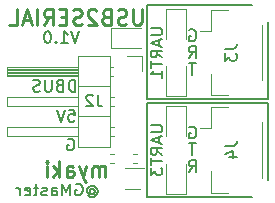
<source format=gbr>
%TF.GenerationSoftware,KiCad,Pcbnew,(6.0.9)*%
%TF.CreationDate,2022-11-14T14:00:34+08:00*%
%TF.ProjectId,usb2serial_pcb,75736232-7365-4726-9961-6c5f7063622e,1.0*%
%TF.SameCoordinates,Original*%
%TF.FileFunction,Legend,Bot*%
%TF.FilePolarity,Positive*%
%FSLAX46Y46*%
G04 Gerber Fmt 4.6, Leading zero omitted, Abs format (unit mm)*
G04 Created by KiCad (PCBNEW (6.0.9)) date 2022-11-14 14:00:34*
%MOMM*%
%LPD*%
G01*
G04 APERTURE LIST*
%ADD10C,0.150000*%
%ADD11C,0.250000*%
%ADD12C,0.120000*%
G04 APERTURE END LIST*
D10*
X60096400Y-31953200D02*
X60096400Y-39928800D01*
X70358000Y-39928800D02*
X70358000Y-33375600D01*
X60096400Y-40233600D02*
X70358000Y-40233600D01*
X60121800Y-48209200D02*
X69011800Y-48209200D01*
X60096400Y-31953200D02*
X68986400Y-31953200D01*
X60096400Y-39928800D02*
X70358000Y-39928800D01*
X70358000Y-40233600D02*
X70358000Y-46786800D01*
X60096400Y-48209200D02*
X60096400Y-40233600D01*
X60412380Y-33894971D02*
X61221904Y-33894971D01*
X61317142Y-33942590D01*
X61364761Y-33990209D01*
X61412380Y-34085447D01*
X61412380Y-34275923D01*
X61364761Y-34371161D01*
X61317142Y-34418780D01*
X61221904Y-34466400D01*
X60412380Y-34466400D01*
X61126666Y-34894971D02*
X61126666Y-35371161D01*
X61412380Y-34799733D02*
X60412380Y-35133066D01*
X61412380Y-35466400D01*
X61412380Y-36371161D02*
X60936190Y-36037828D01*
X61412380Y-35799733D02*
X60412380Y-35799733D01*
X60412380Y-36180685D01*
X60460000Y-36275923D01*
X60507619Y-36323542D01*
X60602857Y-36371161D01*
X60745714Y-36371161D01*
X60840952Y-36323542D01*
X60888571Y-36275923D01*
X60936190Y-36180685D01*
X60936190Y-35799733D01*
X60412380Y-36656876D02*
X60412380Y-37228304D01*
X61412380Y-36942590D02*
X60412380Y-36942590D01*
X61412380Y-38085447D02*
X61412380Y-37514019D01*
X61412380Y-37799733D02*
X60412380Y-37799733D01*
X60555238Y-37704495D01*
X60650476Y-37609257D01*
X60698095Y-37514019D01*
X53382895Y-43289600D02*
X53478133Y-43241980D01*
X53620990Y-43241980D01*
X53763847Y-43289600D01*
X53859085Y-43384838D01*
X53906704Y-43480076D01*
X53954323Y-43670552D01*
X53954323Y-43813409D01*
X53906704Y-44003885D01*
X53859085Y-44099123D01*
X53763847Y-44194361D01*
X53620990Y-44241980D01*
X53525752Y-44241980D01*
X53382895Y-44194361D01*
X53335276Y-44146742D01*
X53335276Y-43813409D01*
X53525752Y-43813409D01*
D11*
X56578190Y-46460495D02*
X56578190Y-45593828D01*
X56578190Y-45717638D02*
X56516285Y-45655733D01*
X56392476Y-45593828D01*
X56206761Y-45593828D01*
X56082952Y-45655733D01*
X56021047Y-45779542D01*
X56021047Y-46460495D01*
X56021047Y-45779542D02*
X55959142Y-45655733D01*
X55835333Y-45593828D01*
X55649619Y-45593828D01*
X55525809Y-45655733D01*
X55463904Y-45779542D01*
X55463904Y-46460495D01*
X54968666Y-45593828D02*
X54659142Y-46460495D01*
X54349619Y-45593828D02*
X54659142Y-46460495D01*
X54782952Y-46770019D01*
X54844857Y-46831923D01*
X54968666Y-46893828D01*
X53297238Y-46460495D02*
X53297238Y-45779542D01*
X53359142Y-45655733D01*
X53482952Y-45593828D01*
X53730571Y-45593828D01*
X53854380Y-45655733D01*
X53297238Y-46398590D02*
X53421047Y-46460495D01*
X53730571Y-46460495D01*
X53854380Y-46398590D01*
X53916285Y-46274780D01*
X53916285Y-46150971D01*
X53854380Y-46027161D01*
X53730571Y-45965257D01*
X53421047Y-45965257D01*
X53297238Y-45903352D01*
X52678190Y-46460495D02*
X52678190Y-45160495D01*
X52554380Y-45965257D02*
X52182952Y-46460495D01*
X52182952Y-45593828D02*
X52678190Y-46089066D01*
X51625809Y-46460495D02*
X51625809Y-45593828D01*
X51625809Y-45160495D02*
X51687714Y-45222400D01*
X51625809Y-45284304D01*
X51563904Y-45222400D01*
X51625809Y-45160495D01*
X51625809Y-45284304D01*
D10*
X60412380Y-42124571D02*
X61221904Y-42124571D01*
X61317142Y-42172190D01*
X61364761Y-42219809D01*
X61412380Y-42315047D01*
X61412380Y-42505523D01*
X61364761Y-42600761D01*
X61317142Y-42648380D01*
X61221904Y-42696000D01*
X60412380Y-42696000D01*
X61126666Y-43124571D02*
X61126666Y-43600761D01*
X61412380Y-43029333D02*
X60412380Y-43362666D01*
X61412380Y-43696000D01*
X61412380Y-44600761D02*
X60936190Y-44267428D01*
X61412380Y-44029333D02*
X60412380Y-44029333D01*
X60412380Y-44410285D01*
X60460000Y-44505523D01*
X60507619Y-44553142D01*
X60602857Y-44600761D01*
X60745714Y-44600761D01*
X60840952Y-44553142D01*
X60888571Y-44505523D01*
X60936190Y-44410285D01*
X60936190Y-44029333D01*
X60412380Y-44886476D02*
X60412380Y-45457904D01*
X61412380Y-45172190D02*
X60412380Y-45172190D01*
X60412380Y-45696000D02*
X60412380Y-46315047D01*
X60793333Y-45981714D01*
X60793333Y-46124571D01*
X60840952Y-46219809D01*
X60888571Y-46267428D01*
X60983809Y-46315047D01*
X61221904Y-46315047D01*
X61317142Y-46267428D01*
X61364761Y-46219809D01*
X61412380Y-46124571D01*
X61412380Y-45838857D01*
X61364761Y-45743619D01*
X61317142Y-45696000D01*
X63647676Y-36418780D02*
X63981009Y-35942590D01*
X64219104Y-36418780D02*
X64219104Y-35418780D01*
X63838152Y-35418780D01*
X63742914Y-35466400D01*
X63695295Y-35514019D01*
X63647676Y-35609257D01*
X63647676Y-35752114D01*
X63695295Y-35847352D01*
X63742914Y-35894971D01*
X63838152Y-35942590D01*
X64219104Y-35942590D01*
X63695295Y-42273600D02*
X63790533Y-42225980D01*
X63933390Y-42225980D01*
X64076247Y-42273600D01*
X64171485Y-42368838D01*
X64219104Y-42464076D01*
X64266723Y-42654552D01*
X64266723Y-42797409D01*
X64219104Y-42987885D01*
X64171485Y-43083123D01*
X64076247Y-43178361D01*
X63933390Y-43225980D01*
X63838152Y-43225980D01*
X63695295Y-43178361D01*
X63647676Y-43130742D01*
X63647676Y-42797409D01*
X63838152Y-42797409D01*
X63647676Y-46070780D02*
X63981009Y-45594590D01*
X64219104Y-46070780D02*
X64219104Y-45070780D01*
X63838152Y-45070780D01*
X63742914Y-45118400D01*
X63695295Y-45166019D01*
X63647676Y-45261257D01*
X63647676Y-45404114D01*
X63695295Y-45499352D01*
X63742914Y-45546971D01*
X63838152Y-45594590D01*
X64219104Y-45594590D01*
X54035104Y-39263580D02*
X54035104Y-38263580D01*
X53797009Y-38263580D01*
X53654152Y-38311200D01*
X53558914Y-38406438D01*
X53511295Y-38501676D01*
X53463676Y-38692152D01*
X53463676Y-38835009D01*
X53511295Y-39025485D01*
X53558914Y-39120723D01*
X53654152Y-39215961D01*
X53797009Y-39263580D01*
X54035104Y-39263580D01*
X52701771Y-38739771D02*
X52558914Y-38787390D01*
X52511295Y-38835009D01*
X52463676Y-38930247D01*
X52463676Y-39073104D01*
X52511295Y-39168342D01*
X52558914Y-39215961D01*
X52654152Y-39263580D01*
X53035104Y-39263580D01*
X53035104Y-38263580D01*
X52701771Y-38263580D01*
X52606533Y-38311200D01*
X52558914Y-38358819D01*
X52511295Y-38454057D01*
X52511295Y-38549295D01*
X52558914Y-38644533D01*
X52606533Y-38692152D01*
X52701771Y-38739771D01*
X53035104Y-38739771D01*
X52035104Y-38263580D02*
X52035104Y-39073104D01*
X51987485Y-39168342D01*
X51939866Y-39215961D01*
X51844628Y-39263580D01*
X51654152Y-39263580D01*
X51558914Y-39215961D01*
X51511295Y-39168342D01*
X51463676Y-39073104D01*
X51463676Y-38263580D01*
X51035104Y-39215961D02*
X50892247Y-39263580D01*
X50654152Y-39263580D01*
X50558914Y-39215961D01*
X50511295Y-39168342D01*
X50463676Y-39073104D01*
X50463676Y-38977866D01*
X50511295Y-38882628D01*
X50558914Y-38835009D01*
X50654152Y-38787390D01*
X50844628Y-38739771D01*
X50939866Y-38692152D01*
X50987485Y-38644533D01*
X51035104Y-38549295D01*
X51035104Y-38454057D01*
X50987485Y-38358819D01*
X50939866Y-38311200D01*
X50844628Y-38263580D01*
X50606533Y-38263580D01*
X50463676Y-38311200D01*
X53479676Y-40803580D02*
X53955866Y-40803580D01*
X54003485Y-41279771D01*
X53955866Y-41232152D01*
X53860628Y-41184533D01*
X53622533Y-41184533D01*
X53527295Y-41232152D01*
X53479676Y-41279771D01*
X53432057Y-41375009D01*
X53432057Y-41613104D01*
X53479676Y-41708342D01*
X53527295Y-41755961D01*
X53622533Y-41803580D01*
X53860628Y-41803580D01*
X53955866Y-41755961D01*
X54003485Y-41708342D01*
X53146342Y-40803580D02*
X52813009Y-41803580D01*
X52479676Y-40803580D01*
X54355809Y-34148780D02*
X54022476Y-35148780D01*
X53689142Y-34148780D01*
X52832000Y-35148780D02*
X53403428Y-35148780D01*
X53117714Y-35148780D02*
X53117714Y-34148780D01*
X53212952Y-34291638D01*
X53308190Y-34386876D01*
X53403428Y-34434495D01*
X52403428Y-35053542D02*
X52355809Y-35101161D01*
X52403428Y-35148780D01*
X52451047Y-35101161D01*
X52403428Y-35053542D01*
X52403428Y-35148780D01*
X51736761Y-34148780D02*
X51641523Y-34148780D01*
X51546285Y-34196400D01*
X51498666Y-34244019D01*
X51451047Y-34339257D01*
X51403428Y-34529733D01*
X51403428Y-34767828D01*
X51451047Y-34958304D01*
X51498666Y-35053542D01*
X51546285Y-35101161D01*
X51641523Y-35148780D01*
X51736761Y-35148780D01*
X51832000Y-35101161D01*
X51879619Y-35053542D01*
X51927238Y-34958304D01*
X51974857Y-34767828D01*
X51974857Y-34529733D01*
X51927238Y-34339257D01*
X51879619Y-34244019D01*
X51832000Y-34196400D01*
X51736761Y-34148780D01*
X64242914Y-43648380D02*
X63671485Y-43648380D01*
X63957200Y-44648380D02*
X63957200Y-43648380D01*
D11*
X59662323Y-32308095D02*
X59662323Y-33360476D01*
X59600419Y-33484285D01*
X59538514Y-33546190D01*
X59414704Y-33608095D01*
X59167085Y-33608095D01*
X59043276Y-33546190D01*
X58981371Y-33484285D01*
X58919466Y-33360476D01*
X58919466Y-32308095D01*
X58362323Y-33546190D02*
X58176609Y-33608095D01*
X57867085Y-33608095D01*
X57743276Y-33546190D01*
X57681371Y-33484285D01*
X57619466Y-33360476D01*
X57619466Y-33236666D01*
X57681371Y-33112857D01*
X57743276Y-33050952D01*
X57867085Y-32989047D01*
X58114704Y-32927142D01*
X58238514Y-32865238D01*
X58300419Y-32803333D01*
X58362323Y-32679523D01*
X58362323Y-32555714D01*
X58300419Y-32431904D01*
X58238514Y-32370000D01*
X58114704Y-32308095D01*
X57805180Y-32308095D01*
X57619466Y-32370000D01*
X56628990Y-32927142D02*
X56443276Y-32989047D01*
X56381371Y-33050952D01*
X56319466Y-33174761D01*
X56319466Y-33360476D01*
X56381371Y-33484285D01*
X56443276Y-33546190D01*
X56567085Y-33608095D01*
X57062323Y-33608095D01*
X57062323Y-32308095D01*
X56628990Y-32308095D01*
X56505180Y-32370000D01*
X56443276Y-32431904D01*
X56381371Y-32555714D01*
X56381371Y-32679523D01*
X56443276Y-32803333D01*
X56505180Y-32865238D01*
X56628990Y-32927142D01*
X57062323Y-32927142D01*
X55824228Y-32431904D02*
X55762323Y-32370000D01*
X55638514Y-32308095D01*
X55328990Y-32308095D01*
X55205180Y-32370000D01*
X55143276Y-32431904D01*
X55081371Y-32555714D01*
X55081371Y-32679523D01*
X55143276Y-32865238D01*
X55886133Y-33608095D01*
X55081371Y-33608095D01*
X54586133Y-33546190D02*
X54400419Y-33608095D01*
X54090895Y-33608095D01*
X53967085Y-33546190D01*
X53905180Y-33484285D01*
X53843276Y-33360476D01*
X53843276Y-33236666D01*
X53905180Y-33112857D01*
X53967085Y-33050952D01*
X54090895Y-32989047D01*
X54338514Y-32927142D01*
X54462323Y-32865238D01*
X54524228Y-32803333D01*
X54586133Y-32679523D01*
X54586133Y-32555714D01*
X54524228Y-32431904D01*
X54462323Y-32370000D01*
X54338514Y-32308095D01*
X54028990Y-32308095D01*
X53843276Y-32370000D01*
X53286133Y-32927142D02*
X52852800Y-32927142D01*
X52667085Y-33608095D02*
X53286133Y-33608095D01*
X53286133Y-32308095D01*
X52667085Y-32308095D01*
X51367085Y-33608095D02*
X51800419Y-32989047D01*
X52109942Y-33608095D02*
X52109942Y-32308095D01*
X51614704Y-32308095D01*
X51490895Y-32370000D01*
X51428990Y-32431904D01*
X51367085Y-32555714D01*
X51367085Y-32741428D01*
X51428990Y-32865238D01*
X51490895Y-32927142D01*
X51614704Y-32989047D01*
X52109942Y-32989047D01*
X50809942Y-33608095D02*
X50809942Y-32308095D01*
X50252800Y-33236666D02*
X49633752Y-33236666D01*
X50376609Y-33608095D02*
X49943276Y-32308095D01*
X49509942Y-33608095D01*
X48457561Y-33608095D02*
X49076609Y-33608095D01*
X49076609Y-32308095D01*
D10*
X64242914Y-36841180D02*
X63671485Y-36841180D01*
X63957200Y-37841180D02*
X63957200Y-36841180D01*
X55265295Y-47575790D02*
X55312914Y-47528171D01*
X55408152Y-47480552D01*
X55503390Y-47480552D01*
X55598628Y-47528171D01*
X55646247Y-47575790D01*
X55693866Y-47671028D01*
X55693866Y-47766266D01*
X55646247Y-47861504D01*
X55598628Y-47909123D01*
X55503390Y-47956742D01*
X55408152Y-47956742D01*
X55312914Y-47909123D01*
X55265295Y-47861504D01*
X55265295Y-47480552D02*
X55265295Y-47861504D01*
X55217676Y-47909123D01*
X55170057Y-47909123D01*
X55074819Y-47861504D01*
X55027200Y-47766266D01*
X55027200Y-47528171D01*
X55122438Y-47385314D01*
X55265295Y-47290076D01*
X55455771Y-47242457D01*
X55646247Y-47290076D01*
X55789104Y-47385314D01*
X55884342Y-47528171D01*
X55931961Y-47718647D01*
X55884342Y-47909123D01*
X55789104Y-48051980D01*
X55646247Y-48147219D01*
X55455771Y-48194838D01*
X55265295Y-48147219D01*
X55122438Y-48051980D01*
X54074819Y-47099600D02*
X54170057Y-47051980D01*
X54312914Y-47051980D01*
X54455771Y-47099600D01*
X54551009Y-47194838D01*
X54598628Y-47290076D01*
X54646247Y-47480552D01*
X54646247Y-47623409D01*
X54598628Y-47813885D01*
X54551009Y-47909123D01*
X54455771Y-48004361D01*
X54312914Y-48051980D01*
X54217676Y-48051980D01*
X54074819Y-48004361D01*
X54027200Y-47956742D01*
X54027200Y-47623409D01*
X54217676Y-47623409D01*
X53598628Y-48051980D02*
X53598628Y-47051980D01*
X53265295Y-47766266D01*
X52931961Y-47051980D01*
X52931961Y-48051980D01*
X52027200Y-48051980D02*
X52027200Y-47528171D01*
X52074819Y-47432933D01*
X52170057Y-47385314D01*
X52360533Y-47385314D01*
X52455771Y-47432933D01*
X52027200Y-48004361D02*
X52122438Y-48051980D01*
X52360533Y-48051980D01*
X52455771Y-48004361D01*
X52503390Y-47909123D01*
X52503390Y-47813885D01*
X52455771Y-47718647D01*
X52360533Y-47671028D01*
X52122438Y-47671028D01*
X52027200Y-47623409D01*
X51598628Y-48004361D02*
X51503390Y-48051980D01*
X51312914Y-48051980D01*
X51217676Y-48004361D01*
X51170057Y-47909123D01*
X51170057Y-47861504D01*
X51217676Y-47766266D01*
X51312914Y-47718647D01*
X51455771Y-47718647D01*
X51551009Y-47671028D01*
X51598628Y-47575790D01*
X51598628Y-47528171D01*
X51551009Y-47432933D01*
X51455771Y-47385314D01*
X51312914Y-47385314D01*
X51217676Y-47432933D01*
X50884342Y-47385314D02*
X50503390Y-47385314D01*
X50741485Y-47051980D02*
X50741485Y-47909123D01*
X50693866Y-48004361D01*
X50598628Y-48051980D01*
X50503390Y-48051980D01*
X49789104Y-48004361D02*
X49884342Y-48051980D01*
X50074819Y-48051980D01*
X50170057Y-48004361D01*
X50217676Y-47909123D01*
X50217676Y-47528171D01*
X50170057Y-47432933D01*
X50074819Y-47385314D01*
X49884342Y-47385314D01*
X49789104Y-47432933D01*
X49741485Y-47528171D01*
X49741485Y-47623409D01*
X50217676Y-47718647D01*
X49312914Y-48051980D02*
X49312914Y-47385314D01*
X49312914Y-47575790D02*
X49265295Y-47480552D01*
X49217676Y-47432933D01*
X49122438Y-47385314D01*
X49027200Y-47385314D01*
X63695295Y-34044000D02*
X63790533Y-33996380D01*
X63933390Y-33996380D01*
X64076247Y-34044000D01*
X64171485Y-34139238D01*
X64219104Y-34234476D01*
X64266723Y-34424952D01*
X64266723Y-34567809D01*
X64219104Y-34758285D01*
X64171485Y-34853523D01*
X64076247Y-34948761D01*
X63933390Y-34996380D01*
X63838152Y-34996380D01*
X63695295Y-34948761D01*
X63647676Y-34901142D01*
X63647676Y-34567809D01*
X63838152Y-34567809D01*
%TO.C,J4*%
X66718380Y-43862666D02*
X67432666Y-43862666D01*
X67575523Y-43815047D01*
X67670761Y-43719809D01*
X67718380Y-43576952D01*
X67718380Y-43481714D01*
X67051714Y-44767428D02*
X67718380Y-44767428D01*
X66670761Y-44529333D02*
X67385047Y-44291238D01*
X67385047Y-44910285D01*
%TO.C,J3*%
X66696780Y-35641066D02*
X67411066Y-35641066D01*
X67553923Y-35593447D01*
X67649161Y-35498209D01*
X67696780Y-35355352D01*
X67696780Y-35260114D01*
X66696780Y-36022019D02*
X66696780Y-36641066D01*
X67077733Y-36307733D01*
X67077733Y-36450590D01*
X67125352Y-36545828D01*
X67172971Y-36593447D01*
X67268209Y-36641066D01*
X67506304Y-36641066D01*
X67601542Y-36593447D01*
X67649161Y-36545828D01*
X67696780Y-36450590D01*
X67696780Y-36164876D01*
X67649161Y-36069638D01*
X67601542Y-36022019D01*
%TO.C,J2*%
X55935933Y-39517980D02*
X55935933Y-40232266D01*
X55983552Y-40375123D01*
X56078790Y-40470361D01*
X56221647Y-40517980D01*
X56316885Y-40517980D01*
X55507361Y-39613219D02*
X55459742Y-39565600D01*
X55364504Y-39517980D01*
X55126409Y-39517980D01*
X55031171Y-39565600D01*
X54983552Y-39613219D01*
X54935933Y-39708457D01*
X54935933Y-39803695D01*
X54983552Y-39946552D01*
X55554980Y-40517980D01*
X54935933Y-40517980D01*
D12*
%TO.C,D3*%
X61735600Y-40511600D02*
X61735600Y-43061600D01*
X61735600Y-40511600D02*
X63435600Y-40511600D01*
X63435600Y-40511600D02*
X63435600Y-43061600D01*
%TO.C,J4*%
X69819200Y-41856000D02*
X69819200Y-46536000D01*
X65549200Y-47806000D02*
X65549200Y-46006000D01*
X66999200Y-40586000D02*
X65549200Y-40586000D01*
X65549200Y-40586000D02*
X65549200Y-42386000D01*
X65549200Y-42386000D02*
X64559200Y-42386000D01*
X66999200Y-47806000D02*
X65549200Y-47806000D01*
%TO.C,D4*%
X61735600Y-47931200D02*
X61735600Y-45381200D01*
X63435600Y-47931200D02*
X61735600Y-47931200D01*
X63435600Y-47931200D02*
X63435600Y-45381200D01*
%TO.C,R1*%
X57303641Y-45338000D02*
X56996359Y-45338000D01*
X57303641Y-44578000D02*
X56996359Y-44578000D01*
%TO.C,R4*%
X58926759Y-44578000D02*
X59234041Y-44578000D01*
X58926759Y-45338000D02*
X59234041Y-45338000D01*
%TO.C,J3*%
X65549200Y-39576400D02*
X65549200Y-37776400D01*
X65549200Y-32356400D02*
X65549200Y-34156400D01*
X66999200Y-32356400D02*
X65549200Y-32356400D01*
X65549200Y-34156400D02*
X64559200Y-34156400D01*
X66999200Y-39576400D02*
X65549200Y-39576400D01*
X69819200Y-33626400D02*
X69819200Y-38306400D01*
%TO.C,D1*%
X61684800Y-32231200D02*
X61684800Y-34781200D01*
X61684800Y-32231200D02*
X63384800Y-32231200D01*
X63384800Y-32231200D02*
X63384800Y-34781200D01*
%TO.C,J2*%
X48275400Y-39701200D02*
X48275400Y-40461200D01*
X48275400Y-37921200D02*
X54275400Y-37921200D01*
X56935400Y-41351200D02*
X54275400Y-41351200D01*
X59645400Y-36271200D02*
X58375400Y-36271200D01*
X48275400Y-43001200D02*
X54275400Y-43001200D01*
X48275400Y-37161200D02*
X48275400Y-37921200D01*
X48275400Y-40461200D02*
X54275400Y-40461200D01*
X54275400Y-37221200D02*
X48275400Y-37221200D01*
X57265400Y-37921200D02*
X56935400Y-37921200D01*
X54275400Y-37701200D02*
X48275400Y-37701200D01*
X57332471Y-43001200D02*
X56935400Y-43001200D01*
X59645400Y-37541200D02*
X59645400Y-36271200D01*
X56935400Y-38811200D02*
X54275400Y-38811200D01*
X54275400Y-43951200D02*
X54275400Y-36211200D01*
X54275400Y-39701200D02*
X48275400Y-39701200D01*
X56935400Y-36211200D02*
X56935400Y-43951200D01*
X54275400Y-37341200D02*
X48275400Y-37341200D01*
X54275400Y-37821200D02*
X48275400Y-37821200D01*
X54275400Y-42241200D02*
X48275400Y-42241200D01*
X54275400Y-37461200D02*
X48275400Y-37461200D01*
X57332471Y-42241200D02*
X56935400Y-42241200D01*
X57332471Y-40461200D02*
X56935400Y-40461200D01*
X48275400Y-42241200D02*
X48275400Y-43001200D01*
X56935400Y-43951200D02*
X54275400Y-43951200D01*
X54275400Y-37581200D02*
X48275400Y-37581200D01*
X57265400Y-37161200D02*
X56935400Y-37161200D01*
X57332471Y-39701200D02*
X56935400Y-39701200D01*
X54275400Y-36211200D02*
X56935400Y-36211200D01*
X54275400Y-37161200D02*
X48275400Y-37161200D01*
%TO.C,D2*%
X63435600Y-39650800D02*
X63435600Y-37100800D01*
X63435600Y-39650800D02*
X61735600Y-39650800D01*
X61735600Y-39650800D02*
X61735600Y-37100800D01*
%TO.C,D5*%
X57072400Y-35597200D02*
X59622400Y-35597200D01*
X57072400Y-33897200D02*
X59622400Y-33897200D01*
X57072400Y-35597200D02*
X57072400Y-33897200D01*
%TO.C,Q1*%
X59877200Y-45734400D02*
X58227200Y-45734400D01*
X58227200Y-47534400D02*
X59527200Y-47534400D01*
%TD*%
M02*

</source>
